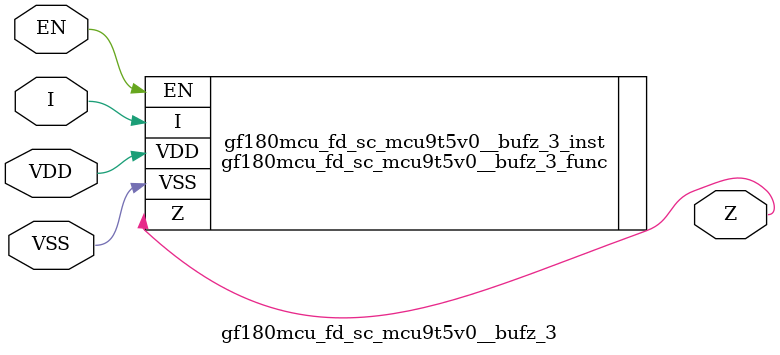
<source format=v>

module gf180mcu_fd_sc_mcu9t5v0__bufz_3( EN, I, Z, VDD, VSS );
input EN, I;
inout VDD, VSS;
output Z;

   `ifdef FUNCTIONAL  //  functional //

	gf180mcu_fd_sc_mcu9t5v0__bufz_3_func gf180mcu_fd_sc_mcu9t5v0__bufz_3_behav_inst(.EN(EN),.I(I),.Z(Z),.VDD(VDD),.VSS(VSS));

   `else

	gf180mcu_fd_sc_mcu9t5v0__bufz_3_func gf180mcu_fd_sc_mcu9t5v0__bufz_3_inst(.EN(EN),.I(I),.Z(Z),.VDD(VDD),.VSS(VSS));

	// spec_gates_begin


	// spec_gates_end



   specify

	// specify_block_begin

	// comb arc EN --> Z
	 (EN => Z) = (1.0,1.0);

	// comb arc I --> Z
	 (I => Z) = (1.0,1.0);

	// specify_block_end

   endspecify

   `endif

endmodule

</source>
